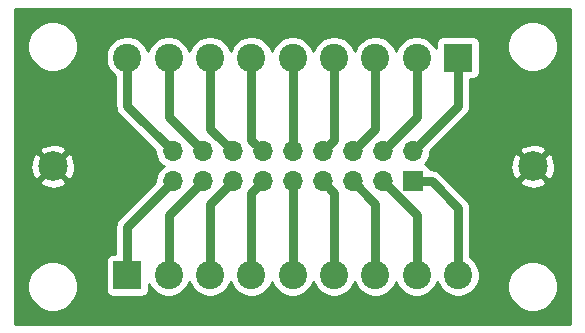
<source format=gbr>
G04 #@! TF.GenerationSoftware,KiCad,Pcbnew,5.1.5+dfsg1-2build2*
G04 #@! TF.CreationDate,2021-09-29T17:25:42-05:00*
G04 #@! TF.ProjectId,C13,4331332e-6b69-4636-9164-5f7063625858,rev?*
G04 #@! TF.SameCoordinates,Original*
G04 #@! TF.FileFunction,Copper,L1,Top*
G04 #@! TF.FilePolarity,Positive*
%FSLAX46Y46*%
G04 Gerber Fmt 4.6, Leading zero omitted, Abs format (unit mm)*
G04 Created by KiCad (PCBNEW 5.1.5+dfsg1-2build2) date 2021-09-29 17:25:42*
%MOMM*%
%LPD*%
G04 APERTURE LIST*
%ADD10C,2.400000*%
%ADD11R,2.400000X2.400000*%
%ADD12C,2.499360*%
%ADD13O,1.700000X1.700000*%
%ADD14R,1.700000X1.700000*%
%ADD15C,0.750000*%
%ADD16C,0.254000*%
G04 APERTURE END LIST*
D10*
X30130000Y-24757000D03*
X33630000Y-24757000D03*
X37130000Y-24757000D03*
X40630000Y-24757000D03*
X44130000Y-24757000D03*
X47630000Y-24757000D03*
X51130000Y-24757000D03*
X54630000Y-24757000D03*
D11*
X58130000Y-24757000D03*
D10*
X58130000Y-43188000D03*
X54630000Y-43188000D03*
X51130000Y-43188000D03*
X47630000Y-43188000D03*
X44130000Y-43188000D03*
X40630000Y-43188000D03*
X37130000Y-43188000D03*
X33630000Y-43188000D03*
D11*
X30130000Y-43188000D03*
D12*
X23810000Y-33970000D03*
D13*
X33970000Y-32700000D03*
X33970000Y-35240000D03*
X36510000Y-32700000D03*
X36510000Y-35240000D03*
X39050000Y-32700000D03*
X39050000Y-35240000D03*
X41590000Y-32700000D03*
X41590000Y-35240000D03*
X44130000Y-32700000D03*
X44130000Y-35240000D03*
X46670000Y-32700000D03*
X46670000Y-35240000D03*
X49210000Y-32700000D03*
X49210000Y-35240000D03*
X51750000Y-32700000D03*
X51750000Y-35240000D03*
X54290000Y-32700000D03*
D14*
X54290000Y-35240000D03*
D12*
X64450000Y-33970000D03*
D15*
X55890000Y-35240000D02*
X54290000Y-35240000D01*
X58130000Y-37480000D02*
X55890000Y-35240000D01*
X58130000Y-43188000D02*
X58130000Y-37480000D01*
X54630000Y-38120000D02*
X51750000Y-35240000D01*
X54630000Y-43188000D02*
X54630000Y-38120000D01*
X51130000Y-37160000D02*
X49210000Y-35240000D01*
X51130000Y-43188000D02*
X51130000Y-37160000D01*
X47630000Y-36200000D02*
X46670000Y-35240000D01*
X47630000Y-43188000D02*
X47630000Y-36200000D01*
X44130000Y-43188000D02*
X44130000Y-35240000D01*
X40630000Y-36200000D02*
X41590000Y-35240000D01*
X40630000Y-43188000D02*
X40630000Y-36200000D01*
X37130000Y-37160000D02*
X39050000Y-35240000D01*
X37130000Y-43188000D02*
X37130000Y-37160000D01*
X33630000Y-38120000D02*
X36510000Y-35240000D01*
X33630000Y-43188000D02*
X33630000Y-38120000D01*
X30130000Y-39080000D02*
X30130000Y-43188000D01*
X33970000Y-35240000D02*
X30130000Y-39080000D01*
X30130000Y-28860000D02*
X33970000Y-32700000D01*
X30130000Y-24757000D02*
X30130000Y-28860000D01*
X33630000Y-29820000D02*
X36510000Y-32700000D01*
X33630000Y-24757000D02*
X33630000Y-29820000D01*
X37130000Y-30780000D02*
X39050000Y-32700000D01*
X37130000Y-24757000D02*
X37130000Y-30780000D01*
X40630000Y-31740000D02*
X41590000Y-32700000D01*
X40630000Y-24757000D02*
X40630000Y-31740000D01*
X44130000Y-24757000D02*
X44130000Y-32700000D01*
X47630000Y-31740000D02*
X46670000Y-32700000D01*
X47630000Y-24757000D02*
X47630000Y-31740000D01*
X51130000Y-30780000D02*
X49210000Y-32700000D01*
X51130000Y-24757000D02*
X51130000Y-30780000D01*
X54630000Y-29820000D02*
X51750000Y-32700000D01*
X54630000Y-24757000D02*
X54630000Y-29820000D01*
X58130000Y-28860000D02*
X54290000Y-32700000D01*
X58130000Y-24757000D02*
X58130000Y-28860000D01*
D16*
G36*
X67600001Y-47280000D02*
G01*
X20660000Y-47280000D01*
X20660000Y-43919721D01*
X21675000Y-43919721D01*
X21675000Y-44340279D01*
X21757047Y-44752756D01*
X21917988Y-45141302D01*
X22151637Y-45490983D01*
X22449017Y-45788363D01*
X22798698Y-46022012D01*
X23187244Y-46182953D01*
X23599721Y-46265000D01*
X24020279Y-46265000D01*
X24432756Y-46182953D01*
X24821302Y-46022012D01*
X25170983Y-45788363D01*
X25468363Y-45490983D01*
X25702012Y-45141302D01*
X25862953Y-44752756D01*
X25945000Y-44340279D01*
X25945000Y-43919721D01*
X25862953Y-43507244D01*
X25702012Y-43118698D01*
X25468363Y-42769017D01*
X25170983Y-42471637D01*
X24821302Y-42237988D01*
X24432756Y-42077047D01*
X24020279Y-41995000D01*
X23599721Y-41995000D01*
X23187244Y-42077047D01*
X22798698Y-42237988D01*
X22449017Y-42471637D01*
X22151637Y-42769017D01*
X21917988Y-43118698D01*
X21757047Y-43507244D01*
X21675000Y-43919721D01*
X20660000Y-43919721D01*
X20660000Y-41988000D01*
X28291928Y-41988000D01*
X28291928Y-44388000D01*
X28304188Y-44512482D01*
X28340498Y-44632180D01*
X28399463Y-44742494D01*
X28478815Y-44839185D01*
X28575506Y-44918537D01*
X28685820Y-44977502D01*
X28805518Y-45013812D01*
X28930000Y-45026072D01*
X31330000Y-45026072D01*
X31454482Y-45013812D01*
X31574180Y-44977502D01*
X31684494Y-44918537D01*
X31781185Y-44839185D01*
X31860537Y-44742494D01*
X31919502Y-44632180D01*
X31955812Y-44512482D01*
X31968072Y-44388000D01*
X31968072Y-43970838D01*
X32003844Y-44057199D01*
X32204662Y-44357744D01*
X32460256Y-44613338D01*
X32760801Y-44814156D01*
X33094750Y-44952482D01*
X33449268Y-45023000D01*
X33810732Y-45023000D01*
X34165250Y-44952482D01*
X34499199Y-44814156D01*
X34799744Y-44613338D01*
X35055338Y-44357744D01*
X35256156Y-44057199D01*
X35380000Y-43758213D01*
X35503844Y-44057199D01*
X35704662Y-44357744D01*
X35960256Y-44613338D01*
X36260801Y-44814156D01*
X36594750Y-44952482D01*
X36949268Y-45023000D01*
X37310732Y-45023000D01*
X37665250Y-44952482D01*
X37999199Y-44814156D01*
X38299744Y-44613338D01*
X38555338Y-44357744D01*
X38756156Y-44057199D01*
X38880000Y-43758213D01*
X39003844Y-44057199D01*
X39204662Y-44357744D01*
X39460256Y-44613338D01*
X39760801Y-44814156D01*
X40094750Y-44952482D01*
X40449268Y-45023000D01*
X40810732Y-45023000D01*
X41165250Y-44952482D01*
X41499199Y-44814156D01*
X41799744Y-44613338D01*
X42055338Y-44357744D01*
X42256156Y-44057199D01*
X42380000Y-43758213D01*
X42503844Y-44057199D01*
X42704662Y-44357744D01*
X42960256Y-44613338D01*
X43260801Y-44814156D01*
X43594750Y-44952482D01*
X43949268Y-45023000D01*
X44310732Y-45023000D01*
X44665250Y-44952482D01*
X44999199Y-44814156D01*
X45299744Y-44613338D01*
X45555338Y-44357744D01*
X45756156Y-44057199D01*
X45880000Y-43758213D01*
X46003844Y-44057199D01*
X46204662Y-44357744D01*
X46460256Y-44613338D01*
X46760801Y-44814156D01*
X47094750Y-44952482D01*
X47449268Y-45023000D01*
X47810732Y-45023000D01*
X48165250Y-44952482D01*
X48499199Y-44814156D01*
X48799744Y-44613338D01*
X49055338Y-44357744D01*
X49256156Y-44057199D01*
X49380000Y-43758213D01*
X49503844Y-44057199D01*
X49704662Y-44357744D01*
X49960256Y-44613338D01*
X50260801Y-44814156D01*
X50594750Y-44952482D01*
X50949268Y-45023000D01*
X51310732Y-45023000D01*
X51665250Y-44952482D01*
X51999199Y-44814156D01*
X52299744Y-44613338D01*
X52555338Y-44357744D01*
X52756156Y-44057199D01*
X52880000Y-43758213D01*
X53003844Y-44057199D01*
X53204662Y-44357744D01*
X53460256Y-44613338D01*
X53760801Y-44814156D01*
X54094750Y-44952482D01*
X54449268Y-45023000D01*
X54810732Y-45023000D01*
X55165250Y-44952482D01*
X55499199Y-44814156D01*
X55799744Y-44613338D01*
X56055338Y-44357744D01*
X56256156Y-44057199D01*
X56380000Y-43758213D01*
X56503844Y-44057199D01*
X56704662Y-44357744D01*
X56960256Y-44613338D01*
X57260801Y-44814156D01*
X57594750Y-44952482D01*
X57949268Y-45023000D01*
X58310732Y-45023000D01*
X58665250Y-44952482D01*
X58999199Y-44814156D01*
X59299744Y-44613338D01*
X59555338Y-44357744D01*
X59756156Y-44057199D01*
X59813101Y-43919721D01*
X62315000Y-43919721D01*
X62315000Y-44340279D01*
X62397047Y-44752756D01*
X62557988Y-45141302D01*
X62791637Y-45490983D01*
X63089017Y-45788363D01*
X63438698Y-46022012D01*
X63827244Y-46182953D01*
X64239721Y-46265000D01*
X64660279Y-46265000D01*
X65072756Y-46182953D01*
X65461302Y-46022012D01*
X65810983Y-45788363D01*
X66108363Y-45490983D01*
X66342012Y-45141302D01*
X66502953Y-44752756D01*
X66585000Y-44340279D01*
X66585000Y-43919721D01*
X66502953Y-43507244D01*
X66342012Y-43118698D01*
X66108363Y-42769017D01*
X65810983Y-42471637D01*
X65461302Y-42237988D01*
X65072756Y-42077047D01*
X64660279Y-41995000D01*
X64239721Y-41995000D01*
X63827244Y-42077047D01*
X63438698Y-42237988D01*
X63089017Y-42471637D01*
X62791637Y-42769017D01*
X62557988Y-43118698D01*
X62397047Y-43507244D01*
X62315000Y-43919721D01*
X59813101Y-43919721D01*
X59894482Y-43723250D01*
X59965000Y-43368732D01*
X59965000Y-43007268D01*
X59894482Y-42652750D01*
X59756156Y-42318801D01*
X59555338Y-42018256D01*
X59299744Y-41762662D01*
X59140000Y-41655924D01*
X59140000Y-37529604D01*
X59144886Y-37479999D01*
X59140000Y-37430392D01*
X59125385Y-37282006D01*
X59067632Y-37091620D01*
X58973847Y-36916160D01*
X58847633Y-36762367D01*
X58809094Y-36730739D01*
X57361732Y-35283377D01*
X63316229Y-35283377D01*
X63442104Y-35573315D01*
X63774262Y-35739139D01*
X64132387Y-35836975D01*
X64502719Y-35863065D01*
X64871025Y-35816405D01*
X65223151Y-35698789D01*
X65457896Y-35573315D01*
X65583771Y-35283377D01*
X64450000Y-34149605D01*
X63316229Y-35283377D01*
X57361732Y-35283377D01*
X56639261Y-34560906D01*
X56607633Y-34522367D01*
X56453840Y-34396153D01*
X56278380Y-34302368D01*
X56087994Y-34244615D01*
X55939608Y-34230000D01*
X55890000Y-34225114D01*
X55840392Y-34230000D01*
X55755038Y-34230000D01*
X55729502Y-34145820D01*
X55670537Y-34035506D01*
X55660044Y-34022719D01*
X62556935Y-34022719D01*
X62603595Y-34391025D01*
X62721211Y-34743151D01*
X62846685Y-34977896D01*
X63136623Y-35103771D01*
X64270395Y-33970000D01*
X64629605Y-33970000D01*
X65763377Y-35103771D01*
X66053315Y-34977896D01*
X66219139Y-34645738D01*
X66316975Y-34287613D01*
X66343065Y-33917281D01*
X66296405Y-33548975D01*
X66178789Y-33196849D01*
X66053315Y-32962104D01*
X65763377Y-32836229D01*
X64629605Y-33970000D01*
X64270395Y-33970000D01*
X63136623Y-32836229D01*
X62846685Y-32962104D01*
X62680861Y-33294262D01*
X62583025Y-33652387D01*
X62556935Y-34022719D01*
X55660044Y-34022719D01*
X55591185Y-33938815D01*
X55494494Y-33859463D01*
X55384180Y-33800498D01*
X55311620Y-33778487D01*
X55443475Y-33646632D01*
X55605990Y-33403411D01*
X55717932Y-33133158D01*
X55775000Y-32846260D01*
X55775000Y-32656623D01*
X63316229Y-32656623D01*
X64450000Y-33790395D01*
X65583771Y-32656623D01*
X65457896Y-32366685D01*
X65125738Y-32200861D01*
X64767613Y-32103025D01*
X64397281Y-32076935D01*
X64028975Y-32123595D01*
X63676849Y-32241211D01*
X63442104Y-32366685D01*
X63316229Y-32656623D01*
X55775000Y-32656623D01*
X55775000Y-32643355D01*
X58809094Y-29609261D01*
X58847633Y-29577633D01*
X58973847Y-29423840D01*
X59067632Y-29248380D01*
X59125385Y-29057994D01*
X59140000Y-28909608D01*
X59140000Y-28909606D01*
X59144886Y-28860001D01*
X59140000Y-28810396D01*
X59140000Y-26595072D01*
X59330000Y-26595072D01*
X59454482Y-26582812D01*
X59574180Y-26546502D01*
X59684494Y-26487537D01*
X59781185Y-26408185D01*
X59860537Y-26311494D01*
X59919502Y-26201180D01*
X59955812Y-26081482D01*
X59968072Y-25957000D01*
X59968072Y-23599721D01*
X62315000Y-23599721D01*
X62315000Y-24020279D01*
X62397047Y-24432756D01*
X62557988Y-24821302D01*
X62791637Y-25170983D01*
X63089017Y-25468363D01*
X63438698Y-25702012D01*
X63827244Y-25862953D01*
X64239721Y-25945000D01*
X64660279Y-25945000D01*
X65072756Y-25862953D01*
X65461302Y-25702012D01*
X65810983Y-25468363D01*
X66108363Y-25170983D01*
X66342012Y-24821302D01*
X66502953Y-24432756D01*
X66585000Y-24020279D01*
X66585000Y-23599721D01*
X66502953Y-23187244D01*
X66342012Y-22798698D01*
X66108363Y-22449017D01*
X65810983Y-22151637D01*
X65461302Y-21917988D01*
X65072756Y-21757047D01*
X64660279Y-21675000D01*
X64239721Y-21675000D01*
X63827244Y-21757047D01*
X63438698Y-21917988D01*
X63089017Y-22151637D01*
X62791637Y-22449017D01*
X62557988Y-22798698D01*
X62397047Y-23187244D01*
X62315000Y-23599721D01*
X59968072Y-23599721D01*
X59968072Y-23557000D01*
X59955812Y-23432518D01*
X59919502Y-23312820D01*
X59860537Y-23202506D01*
X59781185Y-23105815D01*
X59684494Y-23026463D01*
X59574180Y-22967498D01*
X59454482Y-22931188D01*
X59330000Y-22918928D01*
X56930000Y-22918928D01*
X56805518Y-22931188D01*
X56685820Y-22967498D01*
X56575506Y-23026463D01*
X56478815Y-23105815D01*
X56399463Y-23202506D01*
X56340498Y-23312820D01*
X56304188Y-23432518D01*
X56291928Y-23557000D01*
X56291928Y-23974162D01*
X56256156Y-23887801D01*
X56055338Y-23587256D01*
X55799744Y-23331662D01*
X55499199Y-23130844D01*
X55165250Y-22992518D01*
X54810732Y-22922000D01*
X54449268Y-22922000D01*
X54094750Y-22992518D01*
X53760801Y-23130844D01*
X53460256Y-23331662D01*
X53204662Y-23587256D01*
X53003844Y-23887801D01*
X52880000Y-24186787D01*
X52756156Y-23887801D01*
X52555338Y-23587256D01*
X52299744Y-23331662D01*
X51999199Y-23130844D01*
X51665250Y-22992518D01*
X51310732Y-22922000D01*
X50949268Y-22922000D01*
X50594750Y-22992518D01*
X50260801Y-23130844D01*
X49960256Y-23331662D01*
X49704662Y-23587256D01*
X49503844Y-23887801D01*
X49380000Y-24186787D01*
X49256156Y-23887801D01*
X49055338Y-23587256D01*
X48799744Y-23331662D01*
X48499199Y-23130844D01*
X48165250Y-22992518D01*
X47810732Y-22922000D01*
X47449268Y-22922000D01*
X47094750Y-22992518D01*
X46760801Y-23130844D01*
X46460256Y-23331662D01*
X46204662Y-23587256D01*
X46003844Y-23887801D01*
X45880000Y-24186787D01*
X45756156Y-23887801D01*
X45555338Y-23587256D01*
X45299744Y-23331662D01*
X44999199Y-23130844D01*
X44665250Y-22992518D01*
X44310732Y-22922000D01*
X43949268Y-22922000D01*
X43594750Y-22992518D01*
X43260801Y-23130844D01*
X42960256Y-23331662D01*
X42704662Y-23587256D01*
X42503844Y-23887801D01*
X42380000Y-24186787D01*
X42256156Y-23887801D01*
X42055338Y-23587256D01*
X41799744Y-23331662D01*
X41499199Y-23130844D01*
X41165250Y-22992518D01*
X40810732Y-22922000D01*
X40449268Y-22922000D01*
X40094750Y-22992518D01*
X39760801Y-23130844D01*
X39460256Y-23331662D01*
X39204662Y-23587256D01*
X39003844Y-23887801D01*
X38880000Y-24186787D01*
X38756156Y-23887801D01*
X38555338Y-23587256D01*
X38299744Y-23331662D01*
X37999199Y-23130844D01*
X37665250Y-22992518D01*
X37310732Y-22922000D01*
X36949268Y-22922000D01*
X36594750Y-22992518D01*
X36260801Y-23130844D01*
X35960256Y-23331662D01*
X35704662Y-23587256D01*
X35503844Y-23887801D01*
X35380000Y-24186787D01*
X35256156Y-23887801D01*
X35055338Y-23587256D01*
X34799744Y-23331662D01*
X34499199Y-23130844D01*
X34165250Y-22992518D01*
X33810732Y-22922000D01*
X33449268Y-22922000D01*
X33094750Y-22992518D01*
X32760801Y-23130844D01*
X32460256Y-23331662D01*
X32204662Y-23587256D01*
X32003844Y-23887801D01*
X31880000Y-24186787D01*
X31756156Y-23887801D01*
X31555338Y-23587256D01*
X31299744Y-23331662D01*
X30999199Y-23130844D01*
X30665250Y-22992518D01*
X30310732Y-22922000D01*
X29949268Y-22922000D01*
X29594750Y-22992518D01*
X29260801Y-23130844D01*
X28960256Y-23331662D01*
X28704662Y-23587256D01*
X28503844Y-23887801D01*
X28365518Y-24221750D01*
X28295000Y-24576268D01*
X28295000Y-24937732D01*
X28365518Y-25292250D01*
X28503844Y-25626199D01*
X28704662Y-25926744D01*
X28960256Y-26182338D01*
X29120000Y-26289076D01*
X29120001Y-28810382D01*
X29115114Y-28860000D01*
X29134615Y-29057994D01*
X29192368Y-29248379D01*
X29192369Y-29248380D01*
X29286154Y-29423840D01*
X29412368Y-29577633D01*
X29450901Y-29609256D01*
X32485000Y-32643355D01*
X32485000Y-32846260D01*
X32542068Y-33133158D01*
X32654010Y-33403411D01*
X32816525Y-33646632D01*
X33023368Y-33853475D01*
X33197760Y-33970000D01*
X33023368Y-34086525D01*
X32816525Y-34293368D01*
X32654010Y-34536589D01*
X32542068Y-34806842D01*
X32485000Y-35093740D01*
X32485000Y-35296645D01*
X29450906Y-38330739D01*
X29412367Y-38362367D01*
X29286153Y-38516160D01*
X29196527Y-38683840D01*
X29192368Y-38691621D01*
X29134615Y-38882006D01*
X29115114Y-39080000D01*
X29120000Y-39129608D01*
X29120001Y-41349928D01*
X28930000Y-41349928D01*
X28805518Y-41362188D01*
X28685820Y-41398498D01*
X28575506Y-41457463D01*
X28478815Y-41536815D01*
X28399463Y-41633506D01*
X28340498Y-41743820D01*
X28304188Y-41863518D01*
X28291928Y-41988000D01*
X20660000Y-41988000D01*
X20660000Y-35283377D01*
X22676229Y-35283377D01*
X22802104Y-35573315D01*
X23134262Y-35739139D01*
X23492387Y-35836975D01*
X23862719Y-35863065D01*
X24231025Y-35816405D01*
X24583151Y-35698789D01*
X24817896Y-35573315D01*
X24943771Y-35283377D01*
X23810000Y-34149605D01*
X22676229Y-35283377D01*
X20660000Y-35283377D01*
X20660000Y-34022719D01*
X21916935Y-34022719D01*
X21963595Y-34391025D01*
X22081211Y-34743151D01*
X22206685Y-34977896D01*
X22496623Y-35103771D01*
X23630395Y-33970000D01*
X23989605Y-33970000D01*
X25123377Y-35103771D01*
X25413315Y-34977896D01*
X25579139Y-34645738D01*
X25676975Y-34287613D01*
X25703065Y-33917281D01*
X25656405Y-33548975D01*
X25538789Y-33196849D01*
X25413315Y-32962104D01*
X25123377Y-32836229D01*
X23989605Y-33970000D01*
X23630395Y-33970000D01*
X22496623Y-32836229D01*
X22206685Y-32962104D01*
X22040861Y-33294262D01*
X21943025Y-33652387D01*
X21916935Y-34022719D01*
X20660000Y-34022719D01*
X20660000Y-32656623D01*
X22676229Y-32656623D01*
X23810000Y-33790395D01*
X24943771Y-32656623D01*
X24817896Y-32366685D01*
X24485738Y-32200861D01*
X24127613Y-32103025D01*
X23757281Y-32076935D01*
X23388975Y-32123595D01*
X23036849Y-32241211D01*
X22802104Y-32366685D01*
X22676229Y-32656623D01*
X20660000Y-32656623D01*
X20660000Y-23599721D01*
X21675000Y-23599721D01*
X21675000Y-24020279D01*
X21757047Y-24432756D01*
X21917988Y-24821302D01*
X22151637Y-25170983D01*
X22449017Y-25468363D01*
X22798698Y-25702012D01*
X23187244Y-25862953D01*
X23599721Y-25945000D01*
X24020279Y-25945000D01*
X24432756Y-25862953D01*
X24821302Y-25702012D01*
X25170983Y-25468363D01*
X25468363Y-25170983D01*
X25702012Y-24821302D01*
X25862953Y-24432756D01*
X25945000Y-24020279D01*
X25945000Y-23599721D01*
X25862953Y-23187244D01*
X25702012Y-22798698D01*
X25468363Y-22449017D01*
X25170983Y-22151637D01*
X24821302Y-21917988D01*
X24432756Y-21757047D01*
X24020279Y-21675000D01*
X23599721Y-21675000D01*
X23187244Y-21757047D01*
X22798698Y-21917988D01*
X22449017Y-22151637D01*
X22151637Y-22449017D01*
X21917988Y-22798698D01*
X21757047Y-23187244D01*
X21675000Y-23599721D01*
X20660000Y-23599721D01*
X20660000Y-20660000D01*
X67600000Y-20660000D01*
X67600001Y-47280000D01*
G37*
X67600001Y-47280000D02*
X20660000Y-47280000D01*
X20660000Y-43919721D01*
X21675000Y-43919721D01*
X21675000Y-44340279D01*
X21757047Y-44752756D01*
X21917988Y-45141302D01*
X22151637Y-45490983D01*
X22449017Y-45788363D01*
X22798698Y-46022012D01*
X23187244Y-46182953D01*
X23599721Y-46265000D01*
X24020279Y-46265000D01*
X24432756Y-46182953D01*
X24821302Y-46022012D01*
X25170983Y-45788363D01*
X25468363Y-45490983D01*
X25702012Y-45141302D01*
X25862953Y-44752756D01*
X25945000Y-44340279D01*
X25945000Y-43919721D01*
X25862953Y-43507244D01*
X25702012Y-43118698D01*
X25468363Y-42769017D01*
X25170983Y-42471637D01*
X24821302Y-42237988D01*
X24432756Y-42077047D01*
X24020279Y-41995000D01*
X23599721Y-41995000D01*
X23187244Y-42077047D01*
X22798698Y-42237988D01*
X22449017Y-42471637D01*
X22151637Y-42769017D01*
X21917988Y-43118698D01*
X21757047Y-43507244D01*
X21675000Y-43919721D01*
X20660000Y-43919721D01*
X20660000Y-41988000D01*
X28291928Y-41988000D01*
X28291928Y-44388000D01*
X28304188Y-44512482D01*
X28340498Y-44632180D01*
X28399463Y-44742494D01*
X28478815Y-44839185D01*
X28575506Y-44918537D01*
X28685820Y-44977502D01*
X28805518Y-45013812D01*
X28930000Y-45026072D01*
X31330000Y-45026072D01*
X31454482Y-45013812D01*
X31574180Y-44977502D01*
X31684494Y-44918537D01*
X31781185Y-44839185D01*
X31860537Y-44742494D01*
X31919502Y-44632180D01*
X31955812Y-44512482D01*
X31968072Y-44388000D01*
X31968072Y-43970838D01*
X32003844Y-44057199D01*
X32204662Y-44357744D01*
X32460256Y-44613338D01*
X32760801Y-44814156D01*
X33094750Y-44952482D01*
X33449268Y-45023000D01*
X33810732Y-45023000D01*
X34165250Y-44952482D01*
X34499199Y-44814156D01*
X34799744Y-44613338D01*
X35055338Y-44357744D01*
X35256156Y-44057199D01*
X35380000Y-43758213D01*
X35503844Y-44057199D01*
X35704662Y-44357744D01*
X35960256Y-44613338D01*
X36260801Y-44814156D01*
X36594750Y-44952482D01*
X36949268Y-45023000D01*
X37310732Y-45023000D01*
X37665250Y-44952482D01*
X37999199Y-44814156D01*
X38299744Y-44613338D01*
X38555338Y-44357744D01*
X38756156Y-44057199D01*
X38880000Y-43758213D01*
X39003844Y-44057199D01*
X39204662Y-44357744D01*
X39460256Y-44613338D01*
X39760801Y-44814156D01*
X40094750Y-44952482D01*
X40449268Y-45023000D01*
X40810732Y-45023000D01*
X41165250Y-44952482D01*
X41499199Y-44814156D01*
X41799744Y-44613338D01*
X42055338Y-44357744D01*
X42256156Y-44057199D01*
X42380000Y-43758213D01*
X42503844Y-44057199D01*
X42704662Y-44357744D01*
X42960256Y-44613338D01*
X43260801Y-44814156D01*
X43594750Y-44952482D01*
X43949268Y-45023000D01*
X44310732Y-45023000D01*
X44665250Y-44952482D01*
X44999199Y-44814156D01*
X45299744Y-44613338D01*
X45555338Y-44357744D01*
X45756156Y-44057199D01*
X45880000Y-43758213D01*
X46003844Y-44057199D01*
X46204662Y-44357744D01*
X46460256Y-44613338D01*
X46760801Y-44814156D01*
X47094750Y-44952482D01*
X47449268Y-45023000D01*
X47810732Y-45023000D01*
X48165250Y-44952482D01*
X48499199Y-44814156D01*
X48799744Y-44613338D01*
X49055338Y-44357744D01*
X49256156Y-44057199D01*
X49380000Y-43758213D01*
X49503844Y-44057199D01*
X49704662Y-44357744D01*
X49960256Y-44613338D01*
X50260801Y-44814156D01*
X50594750Y-44952482D01*
X50949268Y-45023000D01*
X51310732Y-45023000D01*
X51665250Y-44952482D01*
X51999199Y-44814156D01*
X52299744Y-44613338D01*
X52555338Y-44357744D01*
X52756156Y-44057199D01*
X52880000Y-43758213D01*
X53003844Y-44057199D01*
X53204662Y-44357744D01*
X53460256Y-44613338D01*
X53760801Y-44814156D01*
X54094750Y-44952482D01*
X54449268Y-45023000D01*
X54810732Y-45023000D01*
X55165250Y-44952482D01*
X55499199Y-44814156D01*
X55799744Y-44613338D01*
X56055338Y-44357744D01*
X56256156Y-44057199D01*
X56380000Y-43758213D01*
X56503844Y-44057199D01*
X56704662Y-44357744D01*
X56960256Y-44613338D01*
X57260801Y-44814156D01*
X57594750Y-44952482D01*
X57949268Y-45023000D01*
X58310732Y-45023000D01*
X58665250Y-44952482D01*
X58999199Y-44814156D01*
X59299744Y-44613338D01*
X59555338Y-44357744D01*
X59756156Y-44057199D01*
X59813101Y-43919721D01*
X62315000Y-43919721D01*
X62315000Y-44340279D01*
X62397047Y-44752756D01*
X62557988Y-45141302D01*
X62791637Y-45490983D01*
X63089017Y-45788363D01*
X63438698Y-46022012D01*
X63827244Y-46182953D01*
X64239721Y-46265000D01*
X64660279Y-46265000D01*
X65072756Y-46182953D01*
X65461302Y-46022012D01*
X65810983Y-45788363D01*
X66108363Y-45490983D01*
X66342012Y-45141302D01*
X66502953Y-44752756D01*
X66585000Y-44340279D01*
X66585000Y-43919721D01*
X66502953Y-43507244D01*
X66342012Y-43118698D01*
X66108363Y-42769017D01*
X65810983Y-42471637D01*
X65461302Y-42237988D01*
X65072756Y-42077047D01*
X64660279Y-41995000D01*
X64239721Y-41995000D01*
X63827244Y-42077047D01*
X63438698Y-42237988D01*
X63089017Y-42471637D01*
X62791637Y-42769017D01*
X62557988Y-43118698D01*
X62397047Y-43507244D01*
X62315000Y-43919721D01*
X59813101Y-43919721D01*
X59894482Y-43723250D01*
X59965000Y-43368732D01*
X59965000Y-43007268D01*
X59894482Y-42652750D01*
X59756156Y-42318801D01*
X59555338Y-42018256D01*
X59299744Y-41762662D01*
X59140000Y-41655924D01*
X59140000Y-37529604D01*
X59144886Y-37479999D01*
X59140000Y-37430392D01*
X59125385Y-37282006D01*
X59067632Y-37091620D01*
X58973847Y-36916160D01*
X58847633Y-36762367D01*
X58809094Y-36730739D01*
X57361732Y-35283377D01*
X63316229Y-35283377D01*
X63442104Y-35573315D01*
X63774262Y-35739139D01*
X64132387Y-35836975D01*
X64502719Y-35863065D01*
X64871025Y-35816405D01*
X65223151Y-35698789D01*
X65457896Y-35573315D01*
X65583771Y-35283377D01*
X64450000Y-34149605D01*
X63316229Y-35283377D01*
X57361732Y-35283377D01*
X56639261Y-34560906D01*
X56607633Y-34522367D01*
X56453840Y-34396153D01*
X56278380Y-34302368D01*
X56087994Y-34244615D01*
X55939608Y-34230000D01*
X55890000Y-34225114D01*
X55840392Y-34230000D01*
X55755038Y-34230000D01*
X55729502Y-34145820D01*
X55670537Y-34035506D01*
X55660044Y-34022719D01*
X62556935Y-34022719D01*
X62603595Y-34391025D01*
X62721211Y-34743151D01*
X62846685Y-34977896D01*
X63136623Y-35103771D01*
X64270395Y-33970000D01*
X64629605Y-33970000D01*
X65763377Y-35103771D01*
X66053315Y-34977896D01*
X66219139Y-34645738D01*
X66316975Y-34287613D01*
X66343065Y-33917281D01*
X66296405Y-33548975D01*
X66178789Y-33196849D01*
X66053315Y-32962104D01*
X65763377Y-32836229D01*
X64629605Y-33970000D01*
X64270395Y-33970000D01*
X63136623Y-32836229D01*
X62846685Y-32962104D01*
X62680861Y-33294262D01*
X62583025Y-33652387D01*
X62556935Y-34022719D01*
X55660044Y-34022719D01*
X55591185Y-33938815D01*
X55494494Y-33859463D01*
X55384180Y-33800498D01*
X55311620Y-33778487D01*
X55443475Y-33646632D01*
X55605990Y-33403411D01*
X55717932Y-33133158D01*
X55775000Y-32846260D01*
X55775000Y-32656623D01*
X63316229Y-32656623D01*
X64450000Y-33790395D01*
X65583771Y-32656623D01*
X65457896Y-32366685D01*
X65125738Y-32200861D01*
X64767613Y-32103025D01*
X64397281Y-32076935D01*
X64028975Y-32123595D01*
X63676849Y-32241211D01*
X63442104Y-32366685D01*
X63316229Y-32656623D01*
X55775000Y-32656623D01*
X55775000Y-32643355D01*
X58809094Y-29609261D01*
X58847633Y-29577633D01*
X58973847Y-29423840D01*
X59067632Y-29248380D01*
X59125385Y-29057994D01*
X59140000Y-28909608D01*
X59140000Y-28909606D01*
X59144886Y-28860001D01*
X59140000Y-28810396D01*
X59140000Y-26595072D01*
X59330000Y-26595072D01*
X59454482Y-26582812D01*
X59574180Y-26546502D01*
X59684494Y-26487537D01*
X59781185Y-26408185D01*
X59860537Y-26311494D01*
X59919502Y-26201180D01*
X59955812Y-26081482D01*
X59968072Y-25957000D01*
X59968072Y-23599721D01*
X62315000Y-23599721D01*
X62315000Y-24020279D01*
X62397047Y-24432756D01*
X62557988Y-24821302D01*
X62791637Y-25170983D01*
X63089017Y-25468363D01*
X63438698Y-25702012D01*
X63827244Y-25862953D01*
X64239721Y-25945000D01*
X64660279Y-25945000D01*
X65072756Y-25862953D01*
X65461302Y-25702012D01*
X65810983Y-25468363D01*
X66108363Y-25170983D01*
X66342012Y-24821302D01*
X66502953Y-24432756D01*
X66585000Y-24020279D01*
X66585000Y-23599721D01*
X66502953Y-23187244D01*
X66342012Y-22798698D01*
X66108363Y-22449017D01*
X65810983Y-22151637D01*
X65461302Y-21917988D01*
X65072756Y-21757047D01*
X64660279Y-21675000D01*
X64239721Y-21675000D01*
X63827244Y-21757047D01*
X63438698Y-21917988D01*
X63089017Y-22151637D01*
X62791637Y-22449017D01*
X62557988Y-22798698D01*
X62397047Y-23187244D01*
X62315000Y-23599721D01*
X59968072Y-23599721D01*
X59968072Y-23557000D01*
X59955812Y-23432518D01*
X59919502Y-23312820D01*
X59860537Y-23202506D01*
X59781185Y-23105815D01*
X59684494Y-23026463D01*
X59574180Y-22967498D01*
X59454482Y-22931188D01*
X59330000Y-22918928D01*
X56930000Y-22918928D01*
X56805518Y-22931188D01*
X56685820Y-22967498D01*
X56575506Y-23026463D01*
X56478815Y-23105815D01*
X56399463Y-23202506D01*
X56340498Y-23312820D01*
X56304188Y-23432518D01*
X56291928Y-23557000D01*
X56291928Y-23974162D01*
X56256156Y-23887801D01*
X56055338Y-23587256D01*
X55799744Y-23331662D01*
X55499199Y-23130844D01*
X55165250Y-22992518D01*
X54810732Y-22922000D01*
X54449268Y-22922000D01*
X54094750Y-22992518D01*
X53760801Y-23130844D01*
X53460256Y-23331662D01*
X53204662Y-23587256D01*
X53003844Y-23887801D01*
X52880000Y-24186787D01*
X52756156Y-23887801D01*
X52555338Y-23587256D01*
X52299744Y-23331662D01*
X51999199Y-23130844D01*
X51665250Y-22992518D01*
X51310732Y-22922000D01*
X50949268Y-22922000D01*
X50594750Y-22992518D01*
X50260801Y-23130844D01*
X49960256Y-23331662D01*
X49704662Y-23587256D01*
X49503844Y-23887801D01*
X49380000Y-24186787D01*
X49256156Y-23887801D01*
X49055338Y-23587256D01*
X48799744Y-23331662D01*
X48499199Y-23130844D01*
X48165250Y-22992518D01*
X47810732Y-22922000D01*
X47449268Y-22922000D01*
X47094750Y-22992518D01*
X46760801Y-23130844D01*
X46460256Y-23331662D01*
X46204662Y-23587256D01*
X46003844Y-23887801D01*
X45880000Y-24186787D01*
X45756156Y-23887801D01*
X45555338Y-23587256D01*
X45299744Y-23331662D01*
X44999199Y-23130844D01*
X44665250Y-22992518D01*
X44310732Y-22922000D01*
X43949268Y-22922000D01*
X43594750Y-22992518D01*
X43260801Y-23130844D01*
X42960256Y-23331662D01*
X42704662Y-23587256D01*
X42503844Y-23887801D01*
X42380000Y-24186787D01*
X42256156Y-23887801D01*
X42055338Y-23587256D01*
X41799744Y-23331662D01*
X41499199Y-23130844D01*
X41165250Y-22992518D01*
X40810732Y-22922000D01*
X40449268Y-22922000D01*
X40094750Y-22992518D01*
X39760801Y-23130844D01*
X39460256Y-23331662D01*
X39204662Y-23587256D01*
X39003844Y-23887801D01*
X38880000Y-24186787D01*
X38756156Y-23887801D01*
X38555338Y-23587256D01*
X38299744Y-23331662D01*
X37999199Y-23130844D01*
X37665250Y-22992518D01*
X37310732Y-22922000D01*
X36949268Y-22922000D01*
X36594750Y-22992518D01*
X36260801Y-23130844D01*
X35960256Y-23331662D01*
X35704662Y-23587256D01*
X35503844Y-23887801D01*
X35380000Y-24186787D01*
X35256156Y-23887801D01*
X35055338Y-23587256D01*
X34799744Y-23331662D01*
X34499199Y-23130844D01*
X34165250Y-22992518D01*
X33810732Y-22922000D01*
X33449268Y-22922000D01*
X33094750Y-22992518D01*
X32760801Y-23130844D01*
X32460256Y-23331662D01*
X32204662Y-23587256D01*
X32003844Y-23887801D01*
X31880000Y-24186787D01*
X31756156Y-23887801D01*
X31555338Y-23587256D01*
X31299744Y-23331662D01*
X30999199Y-23130844D01*
X30665250Y-22992518D01*
X30310732Y-22922000D01*
X29949268Y-22922000D01*
X29594750Y-22992518D01*
X29260801Y-23130844D01*
X28960256Y-23331662D01*
X28704662Y-23587256D01*
X28503844Y-23887801D01*
X28365518Y-24221750D01*
X28295000Y-24576268D01*
X28295000Y-24937732D01*
X28365518Y-25292250D01*
X28503844Y-25626199D01*
X28704662Y-25926744D01*
X28960256Y-26182338D01*
X29120000Y-26289076D01*
X29120001Y-28810382D01*
X29115114Y-28860000D01*
X29134615Y-29057994D01*
X29192368Y-29248379D01*
X29192369Y-29248380D01*
X29286154Y-29423840D01*
X29412368Y-29577633D01*
X29450901Y-29609256D01*
X32485000Y-32643355D01*
X32485000Y-32846260D01*
X32542068Y-33133158D01*
X32654010Y-33403411D01*
X32816525Y-33646632D01*
X33023368Y-33853475D01*
X33197760Y-33970000D01*
X33023368Y-34086525D01*
X32816525Y-34293368D01*
X32654010Y-34536589D01*
X32542068Y-34806842D01*
X32485000Y-35093740D01*
X32485000Y-35296645D01*
X29450906Y-38330739D01*
X29412367Y-38362367D01*
X29286153Y-38516160D01*
X29196527Y-38683840D01*
X29192368Y-38691621D01*
X29134615Y-38882006D01*
X29115114Y-39080000D01*
X29120000Y-39129608D01*
X29120001Y-41349928D01*
X28930000Y-41349928D01*
X28805518Y-41362188D01*
X28685820Y-41398498D01*
X28575506Y-41457463D01*
X28478815Y-41536815D01*
X28399463Y-41633506D01*
X28340498Y-41743820D01*
X28304188Y-41863518D01*
X28291928Y-41988000D01*
X20660000Y-41988000D01*
X20660000Y-35283377D01*
X22676229Y-35283377D01*
X22802104Y-35573315D01*
X23134262Y-35739139D01*
X23492387Y-35836975D01*
X23862719Y-35863065D01*
X24231025Y-35816405D01*
X24583151Y-35698789D01*
X24817896Y-35573315D01*
X24943771Y-35283377D01*
X23810000Y-34149605D01*
X22676229Y-35283377D01*
X20660000Y-35283377D01*
X20660000Y-34022719D01*
X21916935Y-34022719D01*
X21963595Y-34391025D01*
X22081211Y-34743151D01*
X22206685Y-34977896D01*
X22496623Y-35103771D01*
X23630395Y-33970000D01*
X23989605Y-33970000D01*
X25123377Y-35103771D01*
X25413315Y-34977896D01*
X25579139Y-34645738D01*
X25676975Y-34287613D01*
X25703065Y-33917281D01*
X25656405Y-33548975D01*
X25538789Y-33196849D01*
X25413315Y-32962104D01*
X25123377Y-32836229D01*
X23989605Y-33970000D01*
X23630395Y-33970000D01*
X22496623Y-32836229D01*
X22206685Y-32962104D01*
X22040861Y-33294262D01*
X21943025Y-33652387D01*
X21916935Y-34022719D01*
X20660000Y-34022719D01*
X20660000Y-32656623D01*
X22676229Y-32656623D01*
X23810000Y-33790395D01*
X24943771Y-32656623D01*
X24817896Y-32366685D01*
X24485738Y-32200861D01*
X24127613Y-32103025D01*
X23757281Y-32076935D01*
X23388975Y-32123595D01*
X23036849Y-32241211D01*
X22802104Y-32366685D01*
X22676229Y-32656623D01*
X20660000Y-32656623D01*
X20660000Y-23599721D01*
X21675000Y-23599721D01*
X21675000Y-24020279D01*
X21757047Y-24432756D01*
X21917988Y-24821302D01*
X22151637Y-25170983D01*
X22449017Y-25468363D01*
X22798698Y-25702012D01*
X23187244Y-25862953D01*
X23599721Y-25945000D01*
X24020279Y-25945000D01*
X24432756Y-25862953D01*
X24821302Y-25702012D01*
X25170983Y-25468363D01*
X25468363Y-25170983D01*
X25702012Y-24821302D01*
X25862953Y-24432756D01*
X25945000Y-24020279D01*
X25945000Y-23599721D01*
X25862953Y-23187244D01*
X25702012Y-22798698D01*
X25468363Y-22449017D01*
X25170983Y-22151637D01*
X24821302Y-21917988D01*
X24432756Y-21757047D01*
X24020279Y-21675000D01*
X23599721Y-21675000D01*
X23187244Y-21757047D01*
X22798698Y-21917988D01*
X22449017Y-22151637D01*
X22151637Y-22449017D01*
X21917988Y-22798698D01*
X21757047Y-23187244D01*
X21675000Y-23599721D01*
X20660000Y-23599721D01*
X20660000Y-20660000D01*
X67600000Y-20660000D01*
X67600001Y-47280000D01*
M02*

</source>
